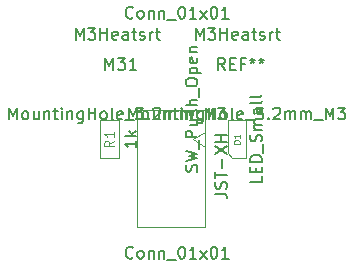
<source format=gbr>
%TF.GenerationSoftware,KiCad,Pcbnew,(5.1.7)-1*%
%TF.CreationDate,2020-12-02T23:42:10-06:00*%
%TF.ProjectId,025mag-PROBE-BOARD_REV2,3032356d-6167-42d5-9052-4f42452d424f,rev?*%
%TF.SameCoordinates,Original*%
%TF.FileFunction,Other,Fab,Top*%
%FSLAX46Y46*%
G04 Gerber Fmt 4.6, Leading zero omitted, Abs format (unit mm)*
G04 Created by KiCad (PCBNEW (5.1.7)-1) date 2020-12-02 23:42:10*
%MOMM*%
%LPD*%
G01*
G04 APERTURE LIST*
%ADD10C,0.100000*%
%ADD11C,0.150000*%
%ADD12C,0.080000*%
%ADD13C,0.120000*%
G04 APERTURE END LIST*
D10*
%TO.C,REF\u002A\u002A*%
X2350000Y-7450000D02*
X2350000Y2450000D01*
X-3400000Y2450000D02*
X-3400000Y-7450000D01*
X-3400000Y-7450000D02*
X2350000Y-7450000D01*
X2350000Y625000D02*
X1350000Y0D01*
X2350000Y2450000D02*
X-3400000Y2450000D01*
X1350000Y0D02*
X2350000Y-625000D01*
%TO.C,D1*%
X5880000Y1600000D02*
X4280000Y1600000D01*
X5880000Y-1600000D02*
X5880000Y1600000D01*
X4680000Y-1600000D02*
X5880000Y-1600000D01*
X4280000Y-1200000D02*
X4680000Y-1600000D01*
X4280000Y1600000D02*
X4280000Y-1200000D01*
%TO.C,R1*%
X-4915000Y1600000D02*
X-4915000Y-1600000D01*
X-6515000Y1600000D02*
X-4915000Y1600000D01*
X-6515000Y-1600000D02*
X-6515000Y1600000D01*
X-4915000Y-1600000D02*
X-6515000Y-1600000D01*
%TD*%
%TO.C,M31*%
D11*
X-14199047Y1677619D02*
X-14199047Y2677619D01*
X-13865714Y1963333D01*
X-13532380Y2677619D01*
X-13532380Y1677619D01*
X-12913333Y1677619D02*
X-13008571Y1725238D01*
X-13056190Y1772857D01*
X-13103809Y1868095D01*
X-13103809Y2153809D01*
X-13056190Y2249047D01*
X-13008571Y2296666D01*
X-12913333Y2344285D01*
X-12770476Y2344285D01*
X-12675238Y2296666D01*
X-12627619Y2249047D01*
X-12580000Y2153809D01*
X-12580000Y1868095D01*
X-12627619Y1772857D01*
X-12675238Y1725238D01*
X-12770476Y1677619D01*
X-12913333Y1677619D01*
X-11722857Y2344285D02*
X-11722857Y1677619D01*
X-12151428Y2344285D02*
X-12151428Y1820476D01*
X-12103809Y1725238D01*
X-12008571Y1677619D01*
X-11865714Y1677619D01*
X-11770476Y1725238D01*
X-11722857Y1772857D01*
X-11246666Y2344285D02*
X-11246666Y1677619D01*
X-11246666Y2249047D02*
X-11199047Y2296666D01*
X-11103809Y2344285D01*
X-10960952Y2344285D01*
X-10865714Y2296666D01*
X-10818095Y2201428D01*
X-10818095Y1677619D01*
X-10484761Y2344285D02*
X-10103809Y2344285D01*
X-10341904Y2677619D02*
X-10341904Y1820476D01*
X-10294285Y1725238D01*
X-10199047Y1677619D01*
X-10103809Y1677619D01*
X-9770476Y1677619D02*
X-9770476Y2344285D01*
X-9770476Y2677619D02*
X-9818095Y2630000D01*
X-9770476Y2582380D01*
X-9722857Y2630000D01*
X-9770476Y2677619D01*
X-9770476Y2582380D01*
X-9294285Y2344285D02*
X-9294285Y1677619D01*
X-9294285Y2249047D02*
X-9246666Y2296666D01*
X-9151428Y2344285D01*
X-9008571Y2344285D01*
X-8913333Y2296666D01*
X-8865714Y2201428D01*
X-8865714Y1677619D01*
X-7960952Y2344285D02*
X-7960952Y1534761D01*
X-8008571Y1439523D01*
X-8056190Y1391904D01*
X-8151428Y1344285D01*
X-8294285Y1344285D01*
X-8389523Y1391904D01*
X-7960952Y1725238D02*
X-8056190Y1677619D01*
X-8246666Y1677619D01*
X-8341904Y1725238D01*
X-8389523Y1772857D01*
X-8437142Y1868095D01*
X-8437142Y2153809D01*
X-8389523Y2249047D01*
X-8341904Y2296666D01*
X-8246666Y2344285D01*
X-8056190Y2344285D01*
X-7960952Y2296666D01*
X-7484761Y1677619D02*
X-7484761Y2677619D01*
X-7484761Y2201428D02*
X-6913333Y2201428D01*
X-6913333Y1677619D02*
X-6913333Y2677619D01*
X-6294285Y1677619D02*
X-6389523Y1725238D01*
X-6437142Y1772857D01*
X-6484761Y1868095D01*
X-6484761Y2153809D01*
X-6437142Y2249047D01*
X-6389523Y2296666D01*
X-6294285Y2344285D01*
X-6151428Y2344285D01*
X-6056190Y2296666D01*
X-6008571Y2249047D01*
X-5960952Y2153809D01*
X-5960952Y1868095D01*
X-6008571Y1772857D01*
X-6056190Y1725238D01*
X-6151428Y1677619D01*
X-6294285Y1677619D01*
X-5389523Y1677619D02*
X-5484761Y1725238D01*
X-5532380Y1820476D01*
X-5532380Y2677619D01*
X-4627619Y1725238D02*
X-4722857Y1677619D01*
X-4913333Y1677619D01*
X-5008571Y1725238D01*
X-5056190Y1820476D01*
X-5056190Y2201428D01*
X-5008571Y2296666D01*
X-4913333Y2344285D01*
X-4722857Y2344285D01*
X-4627619Y2296666D01*
X-4580000Y2201428D01*
X-4580000Y2106190D01*
X-5056190Y2010952D01*
X-4389523Y1582380D02*
X-3627619Y1582380D01*
X-3484761Y2677619D02*
X-2865714Y2677619D01*
X-3199047Y2296666D01*
X-3056190Y2296666D01*
X-2960952Y2249047D01*
X-2913333Y2201428D01*
X-2865714Y2106190D01*
X-2865714Y1868095D01*
X-2913333Y1772857D01*
X-2960952Y1725238D01*
X-3056190Y1677619D01*
X-3341904Y1677619D01*
X-3437142Y1725238D01*
X-3484761Y1772857D01*
X-2437142Y1772857D02*
X-2389523Y1725238D01*
X-2437142Y1677619D01*
X-2484761Y1725238D01*
X-2437142Y1772857D01*
X-2437142Y1677619D01*
X-2008571Y2582380D02*
X-1960952Y2630000D01*
X-1865714Y2677619D01*
X-1627619Y2677619D01*
X-1532380Y2630000D01*
X-1484761Y2582380D01*
X-1437142Y2487142D01*
X-1437142Y2391904D01*
X-1484761Y2249047D01*
X-2056190Y1677619D01*
X-1437142Y1677619D01*
X-1008571Y1677619D02*
X-1008571Y2344285D01*
X-1008571Y2249047D02*
X-960952Y2296666D01*
X-865714Y2344285D01*
X-722857Y2344285D01*
X-627619Y2296666D01*
X-580000Y2201428D01*
X-580000Y1677619D01*
X-580000Y2201428D02*
X-532380Y2296666D01*
X-437142Y2344285D01*
X-294285Y2344285D01*
X-199047Y2296666D01*
X-151428Y2201428D01*
X-151428Y1677619D01*
X324761Y1677619D02*
X324761Y2344285D01*
X324761Y2249047D02*
X372380Y2296666D01*
X467619Y2344285D01*
X610476Y2344285D01*
X705714Y2296666D01*
X753333Y2201428D01*
X753333Y1677619D01*
X753333Y2201428D02*
X800952Y2296666D01*
X896190Y2344285D01*
X1039047Y2344285D01*
X1134285Y2296666D01*
X1181904Y2201428D01*
X1181904Y1677619D01*
X1419999Y1582380D02*
X2181904Y1582380D01*
X2419999Y1677619D02*
X2419999Y2677619D01*
X2753333Y1963333D01*
X3086666Y2677619D01*
X3086666Y1677619D01*
X3467619Y2677619D02*
X4086666Y2677619D01*
X3753333Y2296666D01*
X3896190Y2296666D01*
X3991428Y2249047D01*
X4039047Y2201428D01*
X4086666Y2106190D01*
X4086666Y1868095D01*
X4039047Y1772857D01*
X3991428Y1725238D01*
X3896190Y1677619D01*
X3610476Y1677619D01*
X3515238Y1725238D01*
X3467619Y1772857D01*
X-6065714Y5877619D02*
X-6065714Y6877619D01*
X-5732380Y6163333D01*
X-5399047Y6877619D01*
X-5399047Y5877619D01*
X-5018095Y6877619D02*
X-4399047Y6877619D01*
X-4732380Y6496666D01*
X-4589523Y6496666D01*
X-4494285Y6449047D01*
X-4446666Y6401428D01*
X-4399047Y6306190D01*
X-4399047Y6068095D01*
X-4446666Y5972857D01*
X-4494285Y5925238D01*
X-4589523Y5877619D01*
X-4875238Y5877619D01*
X-4970476Y5925238D01*
X-5018095Y5972857D01*
X-3446666Y5877619D02*
X-4018095Y5877619D01*
X-3732380Y5877619D02*
X-3732380Y6877619D01*
X-3827619Y6734761D01*
X-3922857Y6639523D01*
X-4018095Y6591904D01*
%TO.C,SW1*%
X1674761Y-2745714D02*
X1722380Y-2602857D01*
X1722380Y-2364761D01*
X1674761Y-2269523D01*
X1627142Y-2221904D01*
X1531904Y-2174285D01*
X1436666Y-2174285D01*
X1341428Y-2221904D01*
X1293809Y-2269523D01*
X1246190Y-2364761D01*
X1198571Y-2555238D01*
X1150952Y-2650476D01*
X1103333Y-2698095D01*
X1008095Y-2745714D01*
X912857Y-2745714D01*
X817619Y-2698095D01*
X769999Y-2650476D01*
X722380Y-2555238D01*
X722380Y-2317142D01*
X769999Y-2174285D01*
X722380Y-1840952D02*
X1722380Y-1602857D01*
X1008095Y-1412380D01*
X1722380Y-1221904D01*
X722380Y-983809D01*
X1817619Y-840952D02*
X1817619Y-79047D01*
X1722380Y159047D02*
X722380Y159047D01*
X722380Y539999D01*
X769999Y635238D01*
X817619Y682857D01*
X912857Y730476D01*
X1055714Y730476D01*
X1150952Y682857D01*
X1198571Y635238D01*
X1246190Y539999D01*
X1246190Y159047D01*
X1055714Y1587619D02*
X1722380Y1587619D01*
X1055714Y1159047D02*
X1579523Y1159047D01*
X1674761Y1206666D01*
X1722380Y1301904D01*
X1722380Y1444761D01*
X1674761Y1540000D01*
X1627142Y1587619D01*
X1674761Y2016190D02*
X1722380Y2111428D01*
X1722380Y2301904D01*
X1674761Y2397142D01*
X1579523Y2444761D01*
X1531904Y2444761D01*
X1436666Y2397142D01*
X1389047Y2301904D01*
X1389047Y2159047D01*
X1341428Y2063809D01*
X1246190Y2016190D01*
X1198571Y2016190D01*
X1103333Y2063809D01*
X1055714Y2159047D01*
X1055714Y2301904D01*
X1103333Y2397142D01*
X1722380Y2873333D02*
X722380Y2873333D01*
X1722380Y3301904D02*
X1198571Y3301904D01*
X1103333Y3254285D01*
X1055714Y3159047D01*
X1055714Y3016190D01*
X1103333Y2920952D01*
X1150952Y2873333D01*
X1817619Y3540000D02*
X1817619Y4301904D01*
X722380Y4730476D02*
X722380Y4920952D01*
X770000Y5016190D01*
X865238Y5111428D01*
X1055714Y5159047D01*
X1389047Y5159047D01*
X1579523Y5111428D01*
X1674761Y5016190D01*
X1722380Y4920952D01*
X1722380Y4730476D01*
X1674761Y4635238D01*
X1579523Y4540000D01*
X1389047Y4492380D01*
X1055714Y4492380D01*
X865238Y4540000D01*
X770000Y4635238D01*
X722380Y4730476D01*
X1055714Y5587619D02*
X2055714Y5587619D01*
X1103333Y5587619D02*
X1055714Y5682857D01*
X1055714Y5873333D01*
X1103333Y5968571D01*
X1150952Y6016190D01*
X1246190Y6063809D01*
X1531904Y6063809D01*
X1627142Y6016190D01*
X1674761Y5968571D01*
X1722380Y5873333D01*
X1722380Y5682857D01*
X1674761Y5587619D01*
X1674761Y6873333D02*
X1722380Y6778095D01*
X1722380Y6587619D01*
X1674761Y6492380D01*
X1579523Y6444761D01*
X1198571Y6444761D01*
X1103333Y6492380D01*
X1055714Y6587619D01*
X1055714Y6778095D01*
X1103333Y6873333D01*
X1198571Y6920952D01*
X1293809Y6920952D01*
X1389047Y6444761D01*
X1055714Y7349523D02*
X1722380Y7349523D01*
X1150952Y7349523D02*
X1103333Y7397142D01*
X1055714Y7492380D01*
X1055714Y7635238D01*
X1103333Y7730476D01*
X1198571Y7778095D01*
X1722380Y7778095D01*
%TO.C,REF\u002A\u002A*%
X3227380Y-4608333D02*
X3941666Y-4608333D01*
X4084523Y-4655952D01*
X4179761Y-4751190D01*
X4227380Y-4894047D01*
X4227380Y-4989285D01*
X4179761Y-4179761D02*
X4227380Y-4036904D01*
X4227380Y-3798809D01*
X4179761Y-3703571D01*
X4132142Y-3655952D01*
X4036904Y-3608333D01*
X3941666Y-3608333D01*
X3846428Y-3655952D01*
X3798809Y-3703571D01*
X3751190Y-3798809D01*
X3703571Y-3989285D01*
X3655952Y-4084523D01*
X3608333Y-4132142D01*
X3513095Y-4179761D01*
X3417857Y-4179761D01*
X3322619Y-4132142D01*
X3275000Y-4084523D01*
X3227380Y-3989285D01*
X3227380Y-3751190D01*
X3275000Y-3608333D01*
X3227380Y-3322619D02*
X3227380Y-2751190D01*
X4227380Y-3036904D02*
X3227380Y-3036904D01*
X3846428Y-2417857D02*
X3846428Y-1655952D01*
X3227380Y-1275000D02*
X4227380Y-608333D01*
X3227380Y-608333D02*
X4227380Y-1275000D01*
X4227380Y-227380D02*
X3227380Y-227380D01*
X3703571Y-227380D02*
X3703571Y344047D01*
X4227380Y344047D02*
X3227380Y344047D01*
%TO.C,D1*%
X7182380Y-3142857D02*
X7182380Y-3619047D01*
X6182380Y-3619047D01*
X6658571Y-2809523D02*
X6658571Y-2476190D01*
X7182380Y-2333333D02*
X7182380Y-2809523D01*
X6182380Y-2809523D01*
X6182380Y-2333333D01*
X7182380Y-1904761D02*
X6182380Y-1904761D01*
X6182380Y-1666666D01*
X6230000Y-1523809D01*
X6325238Y-1428571D01*
X6420476Y-1380952D01*
X6610952Y-1333333D01*
X6753809Y-1333333D01*
X6944285Y-1380952D01*
X7039523Y-1428571D01*
X7134761Y-1523809D01*
X7182380Y-1666666D01*
X7182380Y-1904761D01*
X7277619Y-1142857D02*
X7277619Y-380952D01*
X7134761Y-190476D02*
X7182380Y-47619D01*
X7182380Y190476D01*
X7134761Y285714D01*
X7087142Y333333D01*
X6991904Y380952D01*
X6896666Y380952D01*
X6801428Y333333D01*
X6753809Y285714D01*
X6706190Y190476D01*
X6658571Y0D01*
X6610952Y-95238D01*
X6563333Y-142857D01*
X6468095Y-190476D01*
X6372857Y-190476D01*
X6277619Y-142857D01*
X6230000Y-95238D01*
X6182380Y0D01*
X6182380Y238095D01*
X6230000Y380952D01*
X7182380Y809523D02*
X6515714Y809523D01*
X6610952Y809523D02*
X6563333Y857142D01*
X6515714Y952380D01*
X6515714Y1095238D01*
X6563333Y1190476D01*
X6658571Y1238095D01*
X7182380Y1238095D01*
X6658571Y1238095D02*
X6563333Y1285714D01*
X6515714Y1380952D01*
X6515714Y1523809D01*
X6563333Y1619047D01*
X6658571Y1666666D01*
X7182380Y1666666D01*
X7182380Y2571428D02*
X6658571Y2571428D01*
X6563333Y2523809D01*
X6515714Y2428571D01*
X6515714Y2238095D01*
X6563333Y2142857D01*
X7134761Y2571428D02*
X7182380Y2476190D01*
X7182380Y2238095D01*
X7134761Y2142857D01*
X7039523Y2095238D01*
X6944285Y2095238D01*
X6849047Y2142857D01*
X6801428Y2238095D01*
X6801428Y2476190D01*
X6753809Y2571428D01*
X7182380Y3190476D02*
X7134761Y3095238D01*
X7039523Y3047619D01*
X6182380Y3047619D01*
X7182380Y3714285D02*
X7134761Y3619047D01*
X7039523Y3571428D01*
X6182380Y3571428D01*
D12*
X5306190Y-369047D02*
X4806190Y-369047D01*
X4806190Y-249999D01*
X4830000Y-178571D01*
X4877619Y-130952D01*
X4925238Y-107142D01*
X5020476Y-83333D01*
X5091904Y-83333D01*
X5187142Y-107142D01*
X5234761Y-130952D01*
X5282380Y-178571D01*
X5306190Y-250000D01*
X5306190Y-369047D01*
X5306190Y392857D02*
X5306190Y107142D01*
X5306190Y250000D02*
X4806190Y250000D01*
X4877619Y202380D01*
X4925238Y154761D01*
X4949047Y107142D01*
%TO.C,MeHtSrt1*%
D11*
X-8579999Y8427619D02*
X-8579999Y9427619D01*
X-8246666Y8713333D01*
X-7913333Y9427619D01*
X-7913333Y8427619D01*
X-7532380Y9427619D02*
X-6913333Y9427619D01*
X-7246666Y9046666D01*
X-7103809Y9046666D01*
X-7008571Y8999047D01*
X-6960952Y8951428D01*
X-6913333Y8856190D01*
X-6913333Y8618095D01*
X-6960952Y8522857D01*
X-7008571Y8475238D01*
X-7103809Y8427619D01*
X-7389523Y8427619D01*
X-7484761Y8475238D01*
X-7532380Y8522857D01*
X-6484761Y8427619D02*
X-6484761Y9427619D01*
X-6484761Y8951428D02*
X-5913333Y8951428D01*
X-5913333Y8427619D02*
X-5913333Y9427619D01*
X-5056190Y8475238D02*
X-5151428Y8427619D01*
X-5341904Y8427619D01*
X-5437142Y8475238D01*
X-5484761Y8570476D01*
X-5484761Y8951428D01*
X-5437142Y9046666D01*
X-5341904Y9094285D01*
X-5151428Y9094285D01*
X-5056190Y9046666D01*
X-5008571Y8951428D01*
X-5008571Y8856190D01*
X-5484761Y8760952D01*
X-4151428Y8427619D02*
X-4151428Y8951428D01*
X-4199047Y9046666D01*
X-4294285Y9094285D01*
X-4484761Y9094285D01*
X-4579999Y9046666D01*
X-4151428Y8475238D02*
X-4246666Y8427619D01*
X-4484761Y8427619D01*
X-4579999Y8475238D01*
X-4627619Y8570476D01*
X-4627619Y8665714D01*
X-4579999Y8760952D01*
X-4484761Y8808571D01*
X-4246666Y8808571D01*
X-4151428Y8856190D01*
X-3818095Y9094285D02*
X-3437142Y9094285D01*
X-3675238Y9427619D02*
X-3675238Y8570476D01*
X-3627619Y8475238D01*
X-3532380Y8427619D01*
X-3437142Y8427619D01*
X-3151428Y8475238D02*
X-3056190Y8427619D01*
X-2865714Y8427619D01*
X-2770476Y8475238D01*
X-2722857Y8570476D01*
X-2722857Y8618095D01*
X-2770476Y8713333D01*
X-2865714Y8760952D01*
X-3008571Y8760952D01*
X-3103809Y8808571D01*
X-3151428Y8903809D01*
X-3151428Y8951428D01*
X-3103809Y9046666D01*
X-3008571Y9094285D01*
X-2865714Y9094285D01*
X-2770476Y9046666D01*
X-2294285Y8427619D02*
X-2294285Y9094285D01*
X-2294285Y8903809D02*
X-2246666Y8999047D01*
X-2199047Y9046666D01*
X-2103809Y9094285D01*
X-2008571Y9094285D01*
X-1818095Y9094285D02*
X-1437142Y9094285D01*
X-1675238Y9427619D02*
X-1675238Y8570476D01*
X-1627619Y8475238D01*
X-1532380Y8427619D01*
X-1437142Y8427619D01*
%TO.C,ME2*%
X1580000Y8427619D02*
X1580000Y9427619D01*
X1913333Y8713333D01*
X2246666Y9427619D01*
X2246666Y8427619D01*
X2627619Y9427619D02*
X3246666Y9427619D01*
X2913333Y9046666D01*
X3056190Y9046666D01*
X3151428Y8999047D01*
X3199047Y8951428D01*
X3246666Y8856190D01*
X3246666Y8618095D01*
X3199047Y8522857D01*
X3151428Y8475238D01*
X3056190Y8427619D01*
X2770476Y8427619D01*
X2675238Y8475238D01*
X2627619Y8522857D01*
X3675238Y8427619D02*
X3675238Y9427619D01*
X3675238Y8951428D02*
X4246666Y8951428D01*
X4246666Y8427619D02*
X4246666Y9427619D01*
X5103809Y8475238D02*
X5008571Y8427619D01*
X4818095Y8427619D01*
X4722857Y8475238D01*
X4675238Y8570476D01*
X4675238Y8951428D01*
X4722857Y9046666D01*
X4818095Y9094285D01*
X5008571Y9094285D01*
X5103809Y9046666D01*
X5151428Y8951428D01*
X5151428Y8856190D01*
X4675238Y8760952D01*
X6008571Y8427619D02*
X6008571Y8951428D01*
X5960952Y9046666D01*
X5865714Y9094285D01*
X5675238Y9094285D01*
X5580000Y9046666D01*
X6008571Y8475238D02*
X5913333Y8427619D01*
X5675238Y8427619D01*
X5580000Y8475238D01*
X5532380Y8570476D01*
X5532380Y8665714D01*
X5580000Y8760952D01*
X5675238Y8808571D01*
X5913333Y8808571D01*
X6008571Y8856190D01*
X6341904Y9094285D02*
X6722857Y9094285D01*
X6484761Y9427619D02*
X6484761Y8570476D01*
X6532380Y8475238D01*
X6627619Y8427619D01*
X6722857Y8427619D01*
X7008571Y8475238D02*
X7103809Y8427619D01*
X7294285Y8427619D01*
X7389523Y8475238D01*
X7437142Y8570476D01*
X7437142Y8618095D01*
X7389523Y8713333D01*
X7294285Y8760952D01*
X7151428Y8760952D01*
X7056190Y8808571D01*
X7008571Y8903809D01*
X7008571Y8951428D01*
X7056190Y9046666D01*
X7151428Y9094285D01*
X7294285Y9094285D01*
X7389523Y9046666D01*
X7865714Y8427619D02*
X7865714Y9094285D01*
X7865714Y8903809D02*
X7913333Y8999047D01*
X7960952Y9046666D01*
X8056190Y9094285D01*
X8151428Y9094285D01*
X8341904Y9094285D02*
X8722857Y9094285D01*
X8484761Y9427619D02*
X8484761Y8570476D01*
X8532380Y8475238D01*
X8627619Y8427619D01*
X8722857Y8427619D01*
%TO.C,R1*%
X-3442619Y-119047D02*
X-3442619Y-690476D01*
X-3442619Y-404761D02*
X-4442619Y-404761D01*
X-4299761Y-500000D01*
X-4204523Y-595238D01*
X-4156904Y-690476D01*
X-3442619Y309523D02*
X-4442619Y309523D01*
X-3823571Y404761D02*
X-3442619Y690476D01*
X-4109285Y690476D02*
X-3728333Y309523D01*
D13*
X-5353095Y-133333D02*
X-5734047Y-400000D01*
X-5353095Y-590476D02*
X-6153095Y-590476D01*
X-6153095Y-285714D01*
X-6115000Y-209523D01*
X-6076904Y-171428D01*
X-6000714Y-133333D01*
X-5886428Y-133333D01*
X-5810238Y-171428D01*
X-5772142Y-209523D01*
X-5734047Y-285714D01*
X-5734047Y-590476D01*
X-5353095Y628571D02*
X-5353095Y171428D01*
X-5353095Y400000D02*
X-6153095Y400000D01*
X-6038809Y323809D01*
X-5962619Y247619D01*
X-5924523Y171428D01*
%TO.C,REF\u002A\u002A*%
D11*
X-4039047Y1677619D02*
X-4039047Y2677619D01*
X-3705714Y1963333D01*
X-3372380Y2677619D01*
X-3372380Y1677619D01*
X-2753333Y1677619D02*
X-2848571Y1725238D01*
X-2896190Y1772857D01*
X-2943809Y1868095D01*
X-2943809Y2153809D01*
X-2896190Y2249047D01*
X-2848571Y2296666D01*
X-2753333Y2344285D01*
X-2610476Y2344285D01*
X-2515238Y2296666D01*
X-2467619Y2249047D01*
X-2420000Y2153809D01*
X-2420000Y1868095D01*
X-2467619Y1772857D01*
X-2515238Y1725238D01*
X-2610476Y1677619D01*
X-2753333Y1677619D01*
X-1562857Y2344285D02*
X-1562857Y1677619D01*
X-1991428Y2344285D02*
X-1991428Y1820476D01*
X-1943809Y1725238D01*
X-1848571Y1677619D01*
X-1705714Y1677619D01*
X-1610476Y1725238D01*
X-1562857Y1772857D01*
X-1086666Y2344285D02*
X-1086666Y1677619D01*
X-1086666Y2249047D02*
X-1039047Y2296666D01*
X-943809Y2344285D01*
X-800952Y2344285D01*
X-705714Y2296666D01*
X-658095Y2201428D01*
X-658095Y1677619D01*
X-324761Y2344285D02*
X56190Y2344285D01*
X-181904Y2677619D02*
X-181904Y1820476D01*
X-134285Y1725238D01*
X-39047Y1677619D01*
X56190Y1677619D01*
X389523Y1677619D02*
X389523Y2344285D01*
X389523Y2677619D02*
X341904Y2630000D01*
X389523Y2582380D01*
X437142Y2630000D01*
X389523Y2677619D01*
X389523Y2582380D01*
X865714Y2344285D02*
X865714Y1677619D01*
X865714Y2249047D02*
X913333Y2296666D01*
X1008571Y2344285D01*
X1151428Y2344285D01*
X1246666Y2296666D01*
X1294285Y2201428D01*
X1294285Y1677619D01*
X2199047Y2344285D02*
X2199047Y1534761D01*
X2151428Y1439523D01*
X2103809Y1391904D01*
X2008571Y1344285D01*
X1865714Y1344285D01*
X1770476Y1391904D01*
X2199047Y1725238D02*
X2103809Y1677619D01*
X1913333Y1677619D01*
X1818095Y1725238D01*
X1770476Y1772857D01*
X1722857Y1868095D01*
X1722857Y2153809D01*
X1770476Y2249047D01*
X1818095Y2296666D01*
X1913333Y2344285D01*
X2103809Y2344285D01*
X2199047Y2296666D01*
X2675238Y1677619D02*
X2675238Y2677619D01*
X2675238Y2201428D02*
X3246666Y2201428D01*
X3246666Y1677619D02*
X3246666Y2677619D01*
X3865714Y1677619D02*
X3770476Y1725238D01*
X3722857Y1772857D01*
X3675238Y1868095D01*
X3675238Y2153809D01*
X3722857Y2249047D01*
X3770476Y2296666D01*
X3865714Y2344285D01*
X4008571Y2344285D01*
X4103809Y2296666D01*
X4151428Y2249047D01*
X4199047Y2153809D01*
X4199047Y1868095D01*
X4151428Y1772857D01*
X4103809Y1725238D01*
X4008571Y1677619D01*
X3865714Y1677619D01*
X4770476Y1677619D02*
X4675238Y1725238D01*
X4627619Y1820476D01*
X4627619Y2677619D01*
X5532380Y1725238D02*
X5437142Y1677619D01*
X5246666Y1677619D01*
X5151428Y1725238D01*
X5103809Y1820476D01*
X5103809Y2201428D01*
X5151428Y2296666D01*
X5246666Y2344285D01*
X5437142Y2344285D01*
X5532380Y2296666D01*
X5579999Y2201428D01*
X5579999Y2106190D01*
X5103809Y2010952D01*
X5770476Y1582380D02*
X6532380Y1582380D01*
X6675238Y2677619D02*
X7294285Y2677619D01*
X6960952Y2296666D01*
X7103809Y2296666D01*
X7199047Y2249047D01*
X7246666Y2201428D01*
X7294285Y2106190D01*
X7294285Y1868095D01*
X7246666Y1772857D01*
X7199047Y1725238D01*
X7103809Y1677619D01*
X6818095Y1677619D01*
X6722857Y1725238D01*
X6675238Y1772857D01*
X7722857Y1772857D02*
X7770476Y1725238D01*
X7722857Y1677619D01*
X7675238Y1725238D01*
X7722857Y1772857D01*
X7722857Y1677619D01*
X8151428Y2582380D02*
X8199047Y2630000D01*
X8294285Y2677619D01*
X8532380Y2677619D01*
X8627619Y2630000D01*
X8675238Y2582380D01*
X8722857Y2487142D01*
X8722857Y2391904D01*
X8675238Y2249047D01*
X8103809Y1677619D01*
X8722857Y1677619D01*
X9151428Y1677619D02*
X9151428Y2344285D01*
X9151428Y2249047D02*
X9199047Y2296666D01*
X9294285Y2344285D01*
X9437142Y2344285D01*
X9532380Y2296666D01*
X9579999Y2201428D01*
X9579999Y1677619D01*
X9579999Y2201428D02*
X9627619Y2296666D01*
X9722857Y2344285D01*
X9865714Y2344285D01*
X9960952Y2296666D01*
X10008571Y2201428D01*
X10008571Y1677619D01*
X10484761Y1677619D02*
X10484761Y2344285D01*
X10484761Y2249047D02*
X10532380Y2296666D01*
X10627619Y2344285D01*
X10770476Y2344285D01*
X10865714Y2296666D01*
X10913333Y2201428D01*
X10913333Y1677619D01*
X10913333Y2201428D02*
X10960952Y2296666D01*
X11056190Y2344285D01*
X11199047Y2344285D01*
X11294285Y2296666D01*
X11341904Y2201428D01*
X11341904Y1677619D01*
X11579999Y1582380D02*
X12341904Y1582380D01*
X12579999Y1677619D02*
X12579999Y2677619D01*
X12913333Y1963333D01*
X13246666Y2677619D01*
X13246666Y1677619D01*
X13627619Y2677619D02*
X14246666Y2677619D01*
X13913333Y2296666D01*
X14056190Y2296666D01*
X14151428Y2249047D01*
X14199047Y2201428D01*
X14246666Y2106190D01*
X14246666Y1868095D01*
X14199047Y1772857D01*
X14151428Y1725238D01*
X14056190Y1677619D01*
X13770476Y1677619D01*
X13675238Y1725238D01*
X13627619Y1772857D01*
X4046666Y5877619D02*
X3713333Y6353809D01*
X3475238Y5877619D02*
X3475238Y6877619D01*
X3856190Y6877619D01*
X3951428Y6830000D01*
X3999047Y6782380D01*
X4046666Y6687142D01*
X4046666Y6544285D01*
X3999047Y6449047D01*
X3951428Y6401428D01*
X3856190Y6353809D01*
X3475238Y6353809D01*
X4475238Y6401428D02*
X4808571Y6401428D01*
X4951428Y5877619D02*
X4475238Y5877619D01*
X4475238Y6877619D01*
X4951428Y6877619D01*
X5713333Y6401428D02*
X5380000Y6401428D01*
X5380000Y5877619D02*
X5380000Y6877619D01*
X5856190Y6877619D01*
X6380000Y6877619D02*
X6380000Y6639523D01*
X6141904Y6734761D02*
X6380000Y6639523D01*
X6618095Y6734761D01*
X6237142Y6449047D02*
X6380000Y6639523D01*
X6522857Y6449047D01*
X7141904Y6877619D02*
X7141904Y6639523D01*
X6903809Y6734761D02*
X7141904Y6639523D01*
X7380000Y6734761D01*
X6999047Y6449047D02*
X7141904Y6639523D01*
X7284761Y6449047D01*
%TO.C,MAG2*%
X-3738095Y-10017142D02*
X-3785714Y-10064761D01*
X-3928571Y-10112380D01*
X-4023809Y-10112380D01*
X-4166666Y-10064761D01*
X-4261904Y-9969523D01*
X-4309523Y-9874285D01*
X-4357142Y-9683809D01*
X-4357142Y-9540952D01*
X-4309523Y-9350476D01*
X-4261904Y-9255238D01*
X-4166666Y-9160000D01*
X-4023809Y-9112380D01*
X-3928571Y-9112380D01*
X-3785714Y-9160000D01*
X-3738095Y-9207619D01*
X-3166666Y-10112380D02*
X-3261904Y-10064761D01*
X-3309523Y-10017142D01*
X-3357142Y-9921904D01*
X-3357142Y-9636190D01*
X-3309523Y-9540952D01*
X-3261904Y-9493333D01*
X-3166666Y-9445714D01*
X-3023809Y-9445714D01*
X-2928571Y-9493333D01*
X-2880952Y-9540952D01*
X-2833333Y-9636190D01*
X-2833333Y-9921904D01*
X-2880952Y-10017142D01*
X-2928571Y-10064761D01*
X-3023809Y-10112380D01*
X-3166666Y-10112380D01*
X-2404761Y-9445714D02*
X-2404761Y-10112380D01*
X-2404761Y-9540952D02*
X-2357142Y-9493333D01*
X-2261904Y-9445714D01*
X-2119047Y-9445714D01*
X-2023809Y-9493333D01*
X-1976190Y-9588571D01*
X-1976190Y-10112380D01*
X-1500000Y-9445714D02*
X-1500000Y-10112380D01*
X-1500000Y-9540952D02*
X-1452380Y-9493333D01*
X-1357142Y-9445714D01*
X-1214285Y-9445714D01*
X-1119047Y-9493333D01*
X-1071428Y-9588571D01*
X-1071428Y-10112380D01*
X-833333Y-10207619D02*
X-71428Y-10207619D01*
X357142Y-9112380D02*
X452380Y-9112380D01*
X547619Y-9160000D01*
X595238Y-9207619D01*
X642857Y-9302857D01*
X690476Y-9493333D01*
X690476Y-9731428D01*
X642857Y-9921904D01*
X595238Y-10017142D01*
X547619Y-10064761D01*
X452380Y-10112380D01*
X357142Y-10112380D01*
X261904Y-10064761D01*
X214285Y-10017142D01*
X166666Y-9921904D01*
X119047Y-9731428D01*
X119047Y-9493333D01*
X166666Y-9302857D01*
X214285Y-9207619D01*
X261904Y-9160000D01*
X357142Y-9112380D01*
X1642857Y-10112380D02*
X1071428Y-10112380D01*
X1357142Y-10112380D02*
X1357142Y-9112380D01*
X1261904Y-9255238D01*
X1166666Y-9350476D01*
X1071428Y-9398095D01*
X1976190Y-10112380D02*
X2500000Y-9445714D01*
X1976190Y-9445714D02*
X2500000Y-10112380D01*
X3071428Y-9112380D02*
X3166666Y-9112380D01*
X3261904Y-9160000D01*
X3309523Y-9207619D01*
X3357142Y-9302857D01*
X3404761Y-9493333D01*
X3404761Y-9731428D01*
X3357142Y-9921904D01*
X3309523Y-10017142D01*
X3261904Y-10064761D01*
X3166666Y-10112380D01*
X3071428Y-10112380D01*
X2976190Y-10064761D01*
X2928571Y-10017142D01*
X2880952Y-9921904D01*
X2833333Y-9731428D01*
X2833333Y-9493333D01*
X2880952Y-9302857D01*
X2928571Y-9207619D01*
X2976190Y-9160000D01*
X3071428Y-9112380D01*
X4357142Y-10112380D02*
X3785714Y-10112380D01*
X4071428Y-10112380D02*
X4071428Y-9112380D01*
X3976190Y-9255238D01*
X3880952Y-9350476D01*
X3785714Y-9398095D01*
%TO.C,MAG1*%
X-3738095Y10302857D02*
X-3785714Y10255238D01*
X-3928571Y10207619D01*
X-4023809Y10207619D01*
X-4166666Y10255238D01*
X-4261904Y10350476D01*
X-4309523Y10445714D01*
X-4357142Y10636190D01*
X-4357142Y10779047D01*
X-4309523Y10969523D01*
X-4261904Y11064761D01*
X-4166666Y11160000D01*
X-4023809Y11207619D01*
X-3928571Y11207619D01*
X-3785714Y11160000D01*
X-3738095Y11112380D01*
X-3166666Y10207619D02*
X-3261904Y10255238D01*
X-3309523Y10302857D01*
X-3357142Y10398095D01*
X-3357142Y10683809D01*
X-3309523Y10779047D01*
X-3261904Y10826666D01*
X-3166666Y10874285D01*
X-3023809Y10874285D01*
X-2928571Y10826666D01*
X-2880952Y10779047D01*
X-2833333Y10683809D01*
X-2833333Y10398095D01*
X-2880952Y10302857D01*
X-2928571Y10255238D01*
X-3023809Y10207619D01*
X-3166666Y10207619D01*
X-2404761Y10874285D02*
X-2404761Y10207619D01*
X-2404761Y10779047D02*
X-2357142Y10826666D01*
X-2261904Y10874285D01*
X-2119047Y10874285D01*
X-2023809Y10826666D01*
X-1976190Y10731428D01*
X-1976190Y10207619D01*
X-1500000Y10874285D02*
X-1500000Y10207619D01*
X-1500000Y10779047D02*
X-1452380Y10826666D01*
X-1357142Y10874285D01*
X-1214285Y10874285D01*
X-1119047Y10826666D01*
X-1071428Y10731428D01*
X-1071428Y10207619D01*
X-833333Y10112380D02*
X-71428Y10112380D01*
X357142Y11207619D02*
X452380Y11207619D01*
X547619Y11160000D01*
X595238Y11112380D01*
X642857Y11017142D01*
X690476Y10826666D01*
X690476Y10588571D01*
X642857Y10398095D01*
X595238Y10302857D01*
X547619Y10255238D01*
X452380Y10207619D01*
X357142Y10207619D01*
X261904Y10255238D01*
X214285Y10302857D01*
X166666Y10398095D01*
X119047Y10588571D01*
X119047Y10826666D01*
X166666Y11017142D01*
X214285Y11112380D01*
X261904Y11160000D01*
X357142Y11207619D01*
X1642857Y10207619D02*
X1071428Y10207619D01*
X1357142Y10207619D02*
X1357142Y11207619D01*
X1261904Y11064761D01*
X1166666Y10969523D01*
X1071428Y10921904D01*
X1976190Y10207619D02*
X2500000Y10874285D01*
X1976190Y10874285D02*
X2500000Y10207619D01*
X3071428Y11207619D02*
X3166666Y11207619D01*
X3261904Y11160000D01*
X3309523Y11112380D01*
X3357142Y11017142D01*
X3404761Y10826666D01*
X3404761Y10588571D01*
X3357142Y10398095D01*
X3309523Y10302857D01*
X3261904Y10255238D01*
X3166666Y10207619D01*
X3071428Y10207619D01*
X2976190Y10255238D01*
X2928571Y10302857D01*
X2880952Y10398095D01*
X2833333Y10588571D01*
X2833333Y10826666D01*
X2880952Y11017142D01*
X2928571Y11112380D01*
X2976190Y11160000D01*
X3071428Y11207619D01*
X4357142Y10207619D02*
X3785714Y10207619D01*
X4071428Y10207619D02*
X4071428Y11207619D01*
X3976190Y11064761D01*
X3880952Y10969523D01*
X3785714Y10921904D01*
%TD*%
M02*

</source>
